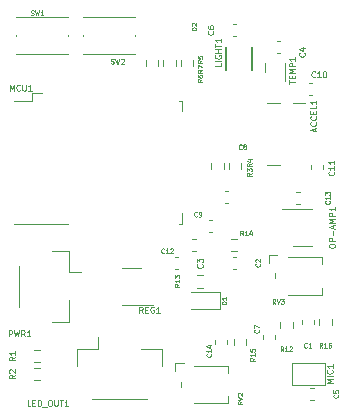
<source format=gbr>
%TF.GenerationSoftware,KiCad,Pcbnew,7.0.6-0*%
%TF.CreationDate,2023-08-07T16:34:56-06:00*%
%TF.ProjectId,VibeLight,56696265-4c69-4676-9874-2e6b69636164,rev?*%
%TF.SameCoordinates,Original*%
%TF.FileFunction,Legend,Top*%
%TF.FilePolarity,Positive*%
%FSLAX46Y46*%
G04 Gerber Fmt 4.6, Leading zero omitted, Abs format (unit mm)*
G04 Created by KiCad (PCBNEW 7.0.6-0) date 2023-08-07 16:34:56*
%MOMM*%
%LPD*%
G01*
G04 APERTURE LIST*
%ADD10C,0.080000*%
%ADD11C,0.120000*%
%ADD12C,0.020000*%
%ADD13C,0.127000*%
G04 APERTURE END LIST*
D10*
X41342857Y-47980887D02*
X41209524Y-47790411D01*
X41114286Y-47980887D02*
X41114286Y-47580887D01*
X41114286Y-47580887D02*
X41266667Y-47580887D01*
X41266667Y-47580887D02*
X41304762Y-47599935D01*
X41304762Y-47599935D02*
X41323809Y-47618982D01*
X41323809Y-47618982D02*
X41342857Y-47657078D01*
X41342857Y-47657078D02*
X41342857Y-47714220D01*
X41342857Y-47714220D02*
X41323809Y-47752316D01*
X41323809Y-47752316D02*
X41304762Y-47771363D01*
X41304762Y-47771363D02*
X41266667Y-47790411D01*
X41266667Y-47790411D02*
X41114286Y-47790411D01*
X41723809Y-47980887D02*
X41495238Y-47980887D01*
X41609524Y-47980887D02*
X41609524Y-47580887D01*
X41609524Y-47580887D02*
X41571428Y-47638030D01*
X41571428Y-47638030D02*
X41533333Y-47676125D01*
X41533333Y-47676125D02*
X41495238Y-47695173D01*
X41876190Y-47618982D02*
X41895238Y-47599935D01*
X41895238Y-47599935D02*
X41933333Y-47580887D01*
X41933333Y-47580887D02*
X42028571Y-47580887D01*
X42028571Y-47580887D02*
X42066666Y-47599935D01*
X42066666Y-47599935D02*
X42085714Y-47618982D01*
X42085714Y-47618982D02*
X42104761Y-47657078D01*
X42104761Y-47657078D02*
X42104761Y-47695173D01*
X42104761Y-47695173D02*
X42085714Y-47752316D01*
X42085714Y-47752316D02*
X41857142Y-47980887D01*
X41857142Y-47980887D02*
X42104761Y-47980887D01*
X43984292Y-29335713D02*
X43984292Y-29097618D01*
X44127149Y-29383332D02*
X43627149Y-29216666D01*
X43627149Y-29216666D02*
X44127149Y-29049999D01*
X44079530Y-28597619D02*
X44103340Y-28621428D01*
X44103340Y-28621428D02*
X44127149Y-28692857D01*
X44127149Y-28692857D02*
X44127149Y-28740476D01*
X44127149Y-28740476D02*
X44103340Y-28811904D01*
X44103340Y-28811904D02*
X44055720Y-28859523D01*
X44055720Y-28859523D02*
X44008101Y-28883333D01*
X44008101Y-28883333D02*
X43912863Y-28907142D01*
X43912863Y-28907142D02*
X43841435Y-28907142D01*
X43841435Y-28907142D02*
X43746197Y-28883333D01*
X43746197Y-28883333D02*
X43698578Y-28859523D01*
X43698578Y-28859523D02*
X43650959Y-28811904D01*
X43650959Y-28811904D02*
X43627149Y-28740476D01*
X43627149Y-28740476D02*
X43627149Y-28692857D01*
X43627149Y-28692857D02*
X43650959Y-28621428D01*
X43650959Y-28621428D02*
X43674768Y-28597619D01*
X44079530Y-28097619D02*
X44103340Y-28121428D01*
X44103340Y-28121428D02*
X44127149Y-28192857D01*
X44127149Y-28192857D02*
X44127149Y-28240476D01*
X44127149Y-28240476D02*
X44103340Y-28311904D01*
X44103340Y-28311904D02*
X44055720Y-28359523D01*
X44055720Y-28359523D02*
X44008101Y-28383333D01*
X44008101Y-28383333D02*
X43912863Y-28407142D01*
X43912863Y-28407142D02*
X43841435Y-28407142D01*
X43841435Y-28407142D02*
X43746197Y-28383333D01*
X43746197Y-28383333D02*
X43698578Y-28359523D01*
X43698578Y-28359523D02*
X43650959Y-28311904D01*
X43650959Y-28311904D02*
X43627149Y-28240476D01*
X43627149Y-28240476D02*
X43627149Y-28192857D01*
X43627149Y-28192857D02*
X43650959Y-28121428D01*
X43650959Y-28121428D02*
X43674768Y-28097619D01*
X43865244Y-27883333D02*
X43865244Y-27716666D01*
X44127149Y-27645238D02*
X44127149Y-27883333D01*
X44127149Y-27883333D02*
X43627149Y-27883333D01*
X43627149Y-27883333D02*
X43627149Y-27645238D01*
X44127149Y-27192857D02*
X44127149Y-27430952D01*
X44127149Y-27430952D02*
X43627149Y-27430952D01*
X44127149Y-26764285D02*
X44127149Y-27049999D01*
X44127149Y-26907142D02*
X43627149Y-26907142D01*
X43627149Y-26907142D02*
X43698578Y-26954761D01*
X43698578Y-26954761D02*
X43746197Y-27002380D01*
X43746197Y-27002380D02*
X43770006Y-27049999D01*
X18095238Y-46727149D02*
X18095238Y-46227149D01*
X18095238Y-46227149D02*
X18285714Y-46227149D01*
X18285714Y-46227149D02*
X18333333Y-46250959D01*
X18333333Y-46250959D02*
X18357143Y-46274768D01*
X18357143Y-46274768D02*
X18380952Y-46322387D01*
X18380952Y-46322387D02*
X18380952Y-46393816D01*
X18380952Y-46393816D02*
X18357143Y-46441435D01*
X18357143Y-46441435D02*
X18333333Y-46465244D01*
X18333333Y-46465244D02*
X18285714Y-46489054D01*
X18285714Y-46489054D02*
X18095238Y-46489054D01*
X18547619Y-46227149D02*
X18666667Y-46727149D01*
X18666667Y-46727149D02*
X18761905Y-46370006D01*
X18761905Y-46370006D02*
X18857143Y-46727149D01*
X18857143Y-46727149D02*
X18976191Y-46227149D01*
X19452381Y-46727149D02*
X19285715Y-46489054D01*
X19166667Y-46727149D02*
X19166667Y-46227149D01*
X19166667Y-46227149D02*
X19357143Y-46227149D01*
X19357143Y-46227149D02*
X19404762Y-46250959D01*
X19404762Y-46250959D02*
X19428572Y-46274768D01*
X19428572Y-46274768D02*
X19452381Y-46322387D01*
X19452381Y-46322387D02*
X19452381Y-46393816D01*
X19452381Y-46393816D02*
X19428572Y-46441435D01*
X19428572Y-46441435D02*
X19404762Y-46465244D01*
X19404762Y-46465244D02*
X19357143Y-46489054D01*
X19357143Y-46489054D02*
X19166667Y-46489054D01*
X19928572Y-46727149D02*
X19642858Y-46727149D01*
X19785715Y-46727149D02*
X19785715Y-46227149D01*
X19785715Y-46227149D02*
X19738096Y-46298578D01*
X19738096Y-46298578D02*
X19690477Y-46346197D01*
X19690477Y-46346197D02*
X19642858Y-46370006D01*
X19935714Y-52627149D02*
X19697619Y-52627149D01*
X19697619Y-52627149D02*
X19697619Y-52127149D01*
X20102381Y-52365244D02*
X20269048Y-52365244D01*
X20340476Y-52627149D02*
X20102381Y-52627149D01*
X20102381Y-52627149D02*
X20102381Y-52127149D01*
X20102381Y-52127149D02*
X20340476Y-52127149D01*
X20554762Y-52627149D02*
X20554762Y-52127149D01*
X20554762Y-52127149D02*
X20673810Y-52127149D01*
X20673810Y-52127149D02*
X20745238Y-52150959D01*
X20745238Y-52150959D02*
X20792857Y-52198578D01*
X20792857Y-52198578D02*
X20816667Y-52246197D01*
X20816667Y-52246197D02*
X20840476Y-52341435D01*
X20840476Y-52341435D02*
X20840476Y-52412863D01*
X20840476Y-52412863D02*
X20816667Y-52508101D01*
X20816667Y-52508101D02*
X20792857Y-52555720D01*
X20792857Y-52555720D02*
X20745238Y-52603340D01*
X20745238Y-52603340D02*
X20673810Y-52627149D01*
X20673810Y-52627149D02*
X20554762Y-52627149D01*
X20935715Y-52674768D02*
X21316667Y-52674768D01*
X21530952Y-52127149D02*
X21626190Y-52127149D01*
X21626190Y-52127149D02*
X21673809Y-52150959D01*
X21673809Y-52150959D02*
X21721428Y-52198578D01*
X21721428Y-52198578D02*
X21745238Y-52293816D01*
X21745238Y-52293816D02*
X21745238Y-52460482D01*
X21745238Y-52460482D02*
X21721428Y-52555720D01*
X21721428Y-52555720D02*
X21673809Y-52603340D01*
X21673809Y-52603340D02*
X21626190Y-52627149D01*
X21626190Y-52627149D02*
X21530952Y-52627149D01*
X21530952Y-52627149D02*
X21483333Y-52603340D01*
X21483333Y-52603340D02*
X21435714Y-52555720D01*
X21435714Y-52555720D02*
X21411905Y-52460482D01*
X21411905Y-52460482D02*
X21411905Y-52293816D01*
X21411905Y-52293816D02*
X21435714Y-52198578D01*
X21435714Y-52198578D02*
X21483333Y-52150959D01*
X21483333Y-52150959D02*
X21530952Y-52127149D01*
X21959524Y-52127149D02*
X21959524Y-52531911D01*
X21959524Y-52531911D02*
X21983334Y-52579530D01*
X21983334Y-52579530D02*
X22007143Y-52603340D01*
X22007143Y-52603340D02*
X22054762Y-52627149D01*
X22054762Y-52627149D02*
X22150000Y-52627149D01*
X22150000Y-52627149D02*
X22197619Y-52603340D01*
X22197619Y-52603340D02*
X22221429Y-52579530D01*
X22221429Y-52579530D02*
X22245238Y-52531911D01*
X22245238Y-52531911D02*
X22245238Y-52127149D01*
X22411906Y-52127149D02*
X22697620Y-52127149D01*
X22554763Y-52627149D02*
X22554763Y-52127149D01*
X23126191Y-52627149D02*
X22840477Y-52627149D01*
X22983334Y-52627149D02*
X22983334Y-52127149D01*
X22983334Y-52127149D02*
X22935715Y-52198578D01*
X22935715Y-52198578D02*
X22888096Y-52246197D01*
X22888096Y-52246197D02*
X22840477Y-52270006D01*
X29440476Y-44727149D02*
X29273810Y-44489054D01*
X29154762Y-44727149D02*
X29154762Y-44227149D01*
X29154762Y-44227149D02*
X29345238Y-44227149D01*
X29345238Y-44227149D02*
X29392857Y-44250959D01*
X29392857Y-44250959D02*
X29416667Y-44274768D01*
X29416667Y-44274768D02*
X29440476Y-44322387D01*
X29440476Y-44322387D02*
X29440476Y-44393816D01*
X29440476Y-44393816D02*
X29416667Y-44441435D01*
X29416667Y-44441435D02*
X29392857Y-44465244D01*
X29392857Y-44465244D02*
X29345238Y-44489054D01*
X29345238Y-44489054D02*
X29154762Y-44489054D01*
X29654762Y-44465244D02*
X29821429Y-44465244D01*
X29892857Y-44727149D02*
X29654762Y-44727149D01*
X29654762Y-44727149D02*
X29654762Y-44227149D01*
X29654762Y-44227149D02*
X29892857Y-44227149D01*
X30369048Y-44250959D02*
X30321429Y-44227149D01*
X30321429Y-44227149D02*
X30250000Y-44227149D01*
X30250000Y-44227149D02*
X30178572Y-44250959D01*
X30178572Y-44250959D02*
X30130953Y-44298578D01*
X30130953Y-44298578D02*
X30107143Y-44346197D01*
X30107143Y-44346197D02*
X30083334Y-44441435D01*
X30083334Y-44441435D02*
X30083334Y-44512863D01*
X30083334Y-44512863D02*
X30107143Y-44608101D01*
X30107143Y-44608101D02*
X30130953Y-44655720D01*
X30130953Y-44655720D02*
X30178572Y-44703340D01*
X30178572Y-44703340D02*
X30250000Y-44727149D01*
X30250000Y-44727149D02*
X30297619Y-44727149D01*
X30297619Y-44727149D02*
X30369048Y-44703340D01*
X30369048Y-44703340D02*
X30392857Y-44679530D01*
X30392857Y-44679530D02*
X30392857Y-44512863D01*
X30392857Y-44512863D02*
X30297619Y-44512863D01*
X30869048Y-44727149D02*
X30583334Y-44727149D01*
X30726191Y-44727149D02*
X30726191Y-44227149D01*
X30726191Y-44227149D02*
X30678572Y-44298578D01*
X30678572Y-44298578D02*
X30630953Y-44346197D01*
X30630953Y-44346197D02*
X30583334Y-44370006D01*
X18183333Y-25927149D02*
X18183333Y-25427149D01*
X18183333Y-25427149D02*
X18350000Y-25784292D01*
X18350000Y-25784292D02*
X18516666Y-25427149D01*
X18516666Y-25427149D02*
X18516666Y-25927149D01*
X19040476Y-25879530D02*
X19016667Y-25903340D01*
X19016667Y-25903340D02*
X18945238Y-25927149D01*
X18945238Y-25927149D02*
X18897619Y-25927149D01*
X18897619Y-25927149D02*
X18826191Y-25903340D01*
X18826191Y-25903340D02*
X18778572Y-25855720D01*
X18778572Y-25855720D02*
X18754762Y-25808101D01*
X18754762Y-25808101D02*
X18730953Y-25712863D01*
X18730953Y-25712863D02*
X18730953Y-25641435D01*
X18730953Y-25641435D02*
X18754762Y-25546197D01*
X18754762Y-25546197D02*
X18778572Y-25498578D01*
X18778572Y-25498578D02*
X18826191Y-25450959D01*
X18826191Y-25450959D02*
X18897619Y-25427149D01*
X18897619Y-25427149D02*
X18945238Y-25427149D01*
X18945238Y-25427149D02*
X19016667Y-25450959D01*
X19016667Y-25450959D02*
X19040476Y-25474768D01*
X19254762Y-25427149D02*
X19254762Y-25831911D01*
X19254762Y-25831911D02*
X19278572Y-25879530D01*
X19278572Y-25879530D02*
X19302381Y-25903340D01*
X19302381Y-25903340D02*
X19350000Y-25927149D01*
X19350000Y-25927149D02*
X19445238Y-25927149D01*
X19445238Y-25927149D02*
X19492857Y-25903340D01*
X19492857Y-25903340D02*
X19516667Y-25879530D01*
X19516667Y-25879530D02*
X19540476Y-25831911D01*
X19540476Y-25831911D02*
X19540476Y-25427149D01*
X20040477Y-25927149D02*
X19754763Y-25927149D01*
X19897620Y-25927149D02*
X19897620Y-25427149D01*
X19897620Y-25427149D02*
X19850001Y-25498578D01*
X19850001Y-25498578D02*
X19802382Y-25546197D01*
X19802382Y-25546197D02*
X19754763Y-25570006D01*
X32530887Y-42307142D02*
X32340411Y-42440475D01*
X32530887Y-42535713D02*
X32130887Y-42535713D01*
X32130887Y-42535713D02*
X32130887Y-42383332D01*
X32130887Y-42383332D02*
X32149935Y-42345237D01*
X32149935Y-42345237D02*
X32168982Y-42326190D01*
X32168982Y-42326190D02*
X32207078Y-42307142D01*
X32207078Y-42307142D02*
X32264220Y-42307142D01*
X32264220Y-42307142D02*
X32302316Y-42326190D01*
X32302316Y-42326190D02*
X32321363Y-42345237D01*
X32321363Y-42345237D02*
X32340411Y-42383332D01*
X32340411Y-42383332D02*
X32340411Y-42535713D01*
X32530887Y-41926190D02*
X32530887Y-42154761D01*
X32530887Y-42040475D02*
X32130887Y-42040475D01*
X32130887Y-42040475D02*
X32188030Y-42078571D01*
X32188030Y-42078571D02*
X32226125Y-42116666D01*
X32226125Y-42116666D02*
X32245173Y-42154761D01*
X32130887Y-41792857D02*
X32130887Y-41545238D01*
X32130887Y-41545238D02*
X32283268Y-41678571D01*
X32283268Y-41678571D02*
X32283268Y-41621428D01*
X32283268Y-41621428D02*
X32302316Y-41583333D01*
X32302316Y-41583333D02*
X32321363Y-41564285D01*
X32321363Y-41564285D02*
X32359459Y-41545238D01*
X32359459Y-41545238D02*
X32454697Y-41545238D01*
X32454697Y-41545238D02*
X32492792Y-41564285D01*
X32492792Y-41564285D02*
X32511840Y-41583333D01*
X32511840Y-41583333D02*
X32530887Y-41621428D01*
X32530887Y-41621428D02*
X32530887Y-41735714D01*
X32530887Y-41735714D02*
X32511840Y-41773809D01*
X32511840Y-41773809D02*
X32492792Y-41792857D01*
X35379530Y-20883333D02*
X35403340Y-20907142D01*
X35403340Y-20907142D02*
X35427149Y-20978571D01*
X35427149Y-20978571D02*
X35427149Y-21026190D01*
X35427149Y-21026190D02*
X35403340Y-21097618D01*
X35403340Y-21097618D02*
X35355720Y-21145237D01*
X35355720Y-21145237D02*
X35308101Y-21169047D01*
X35308101Y-21169047D02*
X35212863Y-21192856D01*
X35212863Y-21192856D02*
X35141435Y-21192856D01*
X35141435Y-21192856D02*
X35046197Y-21169047D01*
X35046197Y-21169047D02*
X34998578Y-21145237D01*
X34998578Y-21145237D02*
X34950959Y-21097618D01*
X34950959Y-21097618D02*
X34927149Y-21026190D01*
X34927149Y-21026190D02*
X34927149Y-20978571D01*
X34927149Y-20978571D02*
X34950959Y-20907142D01*
X34950959Y-20907142D02*
X34974768Y-20883333D01*
X34927149Y-20454761D02*
X34927149Y-20549999D01*
X34927149Y-20549999D02*
X34950959Y-20597618D01*
X34950959Y-20597618D02*
X34974768Y-20621428D01*
X34974768Y-20621428D02*
X35046197Y-20669047D01*
X35046197Y-20669047D02*
X35141435Y-20692856D01*
X35141435Y-20692856D02*
X35331911Y-20692856D01*
X35331911Y-20692856D02*
X35379530Y-20669047D01*
X35379530Y-20669047D02*
X35403340Y-20645237D01*
X35403340Y-20645237D02*
X35427149Y-20597618D01*
X35427149Y-20597618D02*
X35427149Y-20502380D01*
X35427149Y-20502380D02*
X35403340Y-20454761D01*
X35403340Y-20454761D02*
X35379530Y-20430952D01*
X35379530Y-20430952D02*
X35331911Y-20407142D01*
X35331911Y-20407142D02*
X35212863Y-20407142D01*
X35212863Y-20407142D02*
X35165244Y-20430952D01*
X35165244Y-20430952D02*
X35141435Y-20454761D01*
X35141435Y-20454761D02*
X35117625Y-20502380D01*
X35117625Y-20502380D02*
X35117625Y-20597618D01*
X35117625Y-20597618D02*
X35141435Y-20645237D01*
X35141435Y-20645237D02*
X35165244Y-20669047D01*
X35165244Y-20669047D02*
X35212863Y-20692856D01*
X18627149Y-50008333D02*
X18389054Y-50174999D01*
X18627149Y-50294047D02*
X18127149Y-50294047D01*
X18127149Y-50294047D02*
X18127149Y-50103571D01*
X18127149Y-50103571D02*
X18150959Y-50055952D01*
X18150959Y-50055952D02*
X18174768Y-50032142D01*
X18174768Y-50032142D02*
X18222387Y-50008333D01*
X18222387Y-50008333D02*
X18293816Y-50008333D01*
X18293816Y-50008333D02*
X18341435Y-50032142D01*
X18341435Y-50032142D02*
X18365244Y-50055952D01*
X18365244Y-50055952D02*
X18389054Y-50103571D01*
X18389054Y-50103571D02*
X18389054Y-50294047D01*
X18174768Y-49817856D02*
X18150959Y-49794047D01*
X18150959Y-49794047D02*
X18127149Y-49746428D01*
X18127149Y-49746428D02*
X18127149Y-49627380D01*
X18127149Y-49627380D02*
X18150959Y-49579761D01*
X18150959Y-49579761D02*
X18174768Y-49555952D01*
X18174768Y-49555952D02*
X18222387Y-49532142D01*
X18222387Y-49532142D02*
X18270006Y-49532142D01*
X18270006Y-49532142D02*
X18341435Y-49555952D01*
X18341435Y-49555952D02*
X18627149Y-49841666D01*
X18627149Y-49841666D02*
X18627149Y-49532142D01*
X18627149Y-48483333D02*
X18389054Y-48649999D01*
X18627149Y-48769047D02*
X18127149Y-48769047D01*
X18127149Y-48769047D02*
X18127149Y-48578571D01*
X18127149Y-48578571D02*
X18150959Y-48530952D01*
X18150959Y-48530952D02*
X18174768Y-48507142D01*
X18174768Y-48507142D02*
X18222387Y-48483333D01*
X18222387Y-48483333D02*
X18293816Y-48483333D01*
X18293816Y-48483333D02*
X18341435Y-48507142D01*
X18341435Y-48507142D02*
X18365244Y-48530952D01*
X18365244Y-48530952D02*
X18389054Y-48578571D01*
X18389054Y-48578571D02*
X18389054Y-48769047D01*
X18627149Y-48007142D02*
X18627149Y-48292856D01*
X18627149Y-48149999D02*
X18127149Y-48149999D01*
X18127149Y-48149999D02*
X18198578Y-48197618D01*
X18198578Y-48197618D02*
X18246197Y-48245237D01*
X18246197Y-48245237D02*
X18270006Y-48292856D01*
X43333333Y-47642792D02*
X43314285Y-47661840D01*
X43314285Y-47661840D02*
X43257143Y-47680887D01*
X43257143Y-47680887D02*
X43219047Y-47680887D01*
X43219047Y-47680887D02*
X43161904Y-47661840D01*
X43161904Y-47661840D02*
X43123809Y-47623744D01*
X43123809Y-47623744D02*
X43104762Y-47585649D01*
X43104762Y-47585649D02*
X43085714Y-47509459D01*
X43085714Y-47509459D02*
X43085714Y-47452316D01*
X43085714Y-47452316D02*
X43104762Y-47376125D01*
X43104762Y-47376125D02*
X43123809Y-47338030D01*
X43123809Y-47338030D02*
X43161904Y-47299935D01*
X43161904Y-47299935D02*
X43219047Y-47280887D01*
X43219047Y-47280887D02*
X43257143Y-47280887D01*
X43257143Y-47280887D02*
X43314285Y-47299935D01*
X43314285Y-47299935D02*
X43333333Y-47318982D01*
X43714285Y-47680887D02*
X43485714Y-47680887D01*
X43600000Y-47680887D02*
X43600000Y-47280887D01*
X43600000Y-47280887D02*
X43561904Y-47338030D01*
X43561904Y-47338030D02*
X43523809Y-47376125D01*
X43523809Y-47376125D02*
X43485714Y-47395173D01*
X45527149Y-50673809D02*
X45027149Y-50673809D01*
X45027149Y-50673809D02*
X45384292Y-50507142D01*
X45384292Y-50507142D02*
X45027149Y-50340476D01*
X45027149Y-50340476D02*
X45527149Y-50340476D01*
X45527149Y-50102380D02*
X45027149Y-50102380D01*
X45479530Y-49578571D02*
X45503340Y-49602380D01*
X45503340Y-49602380D02*
X45527149Y-49673809D01*
X45527149Y-49673809D02*
X45527149Y-49721428D01*
X45527149Y-49721428D02*
X45503340Y-49792856D01*
X45503340Y-49792856D02*
X45455720Y-49840475D01*
X45455720Y-49840475D02*
X45408101Y-49864285D01*
X45408101Y-49864285D02*
X45312863Y-49888094D01*
X45312863Y-49888094D02*
X45241435Y-49888094D01*
X45241435Y-49888094D02*
X45146197Y-49864285D01*
X45146197Y-49864285D02*
X45098578Y-49840475D01*
X45098578Y-49840475D02*
X45050959Y-49792856D01*
X45050959Y-49792856D02*
X45027149Y-49721428D01*
X45027149Y-49721428D02*
X45027149Y-49673809D01*
X45027149Y-49673809D02*
X45050959Y-49602380D01*
X45050959Y-49602380D02*
X45074768Y-49578571D01*
X45527149Y-49102380D02*
X45527149Y-49388094D01*
X45527149Y-49245237D02*
X45027149Y-49245237D01*
X45027149Y-49245237D02*
X45098578Y-49292856D01*
X45098578Y-49292856D02*
X45146197Y-49340475D01*
X45146197Y-49340475D02*
X45170006Y-49388094D01*
X34480887Y-23366666D02*
X34290411Y-23499999D01*
X34480887Y-23595237D02*
X34080887Y-23595237D01*
X34080887Y-23595237D02*
X34080887Y-23442856D01*
X34080887Y-23442856D02*
X34099935Y-23404761D01*
X34099935Y-23404761D02*
X34118982Y-23385714D01*
X34118982Y-23385714D02*
X34157078Y-23366666D01*
X34157078Y-23366666D02*
X34214220Y-23366666D01*
X34214220Y-23366666D02*
X34252316Y-23385714D01*
X34252316Y-23385714D02*
X34271363Y-23404761D01*
X34271363Y-23404761D02*
X34290411Y-23442856D01*
X34290411Y-23442856D02*
X34290411Y-23595237D01*
X34080887Y-23004761D02*
X34080887Y-23195237D01*
X34080887Y-23195237D02*
X34271363Y-23214285D01*
X34271363Y-23214285D02*
X34252316Y-23195237D01*
X34252316Y-23195237D02*
X34233268Y-23157142D01*
X34233268Y-23157142D02*
X34233268Y-23061904D01*
X34233268Y-23061904D02*
X34252316Y-23023809D01*
X34252316Y-23023809D02*
X34271363Y-23004761D01*
X34271363Y-23004761D02*
X34309459Y-22985714D01*
X34309459Y-22985714D02*
X34404697Y-22985714D01*
X34404697Y-22985714D02*
X34442792Y-23004761D01*
X34442792Y-23004761D02*
X34461840Y-23023809D01*
X34461840Y-23023809D02*
X34480887Y-23061904D01*
X34480887Y-23061904D02*
X34480887Y-23157142D01*
X34480887Y-23157142D02*
X34461840Y-23195237D01*
X34461840Y-23195237D02*
X34442792Y-23214285D01*
X41827149Y-25342856D02*
X41827149Y-25057142D01*
X42327149Y-25199999D02*
X41827149Y-25199999D01*
X42065244Y-24890476D02*
X42065244Y-24723809D01*
X42327149Y-24652381D02*
X42327149Y-24890476D01*
X42327149Y-24890476D02*
X41827149Y-24890476D01*
X41827149Y-24890476D02*
X41827149Y-24652381D01*
X42327149Y-24438095D02*
X41827149Y-24438095D01*
X41827149Y-24438095D02*
X42184292Y-24271428D01*
X42184292Y-24271428D02*
X41827149Y-24104762D01*
X41827149Y-24104762D02*
X42327149Y-24104762D01*
X42327149Y-23866666D02*
X41827149Y-23866666D01*
X41827149Y-23866666D02*
X41827149Y-23676190D01*
X41827149Y-23676190D02*
X41850959Y-23628571D01*
X41850959Y-23628571D02*
X41874768Y-23604761D01*
X41874768Y-23604761D02*
X41922387Y-23580952D01*
X41922387Y-23580952D02*
X41993816Y-23580952D01*
X41993816Y-23580952D02*
X42041435Y-23604761D01*
X42041435Y-23604761D02*
X42065244Y-23628571D01*
X42065244Y-23628571D02*
X42089054Y-23676190D01*
X42089054Y-23676190D02*
X42089054Y-23866666D01*
X42327149Y-23104761D02*
X42327149Y-23390475D01*
X42327149Y-23247618D02*
X41827149Y-23247618D01*
X41827149Y-23247618D02*
X41898578Y-23295237D01*
X41898578Y-23295237D02*
X41946197Y-23342856D01*
X41946197Y-23342856D02*
X41970006Y-23390475D01*
X38655887Y-32091666D02*
X38465411Y-32224999D01*
X38655887Y-32320237D02*
X38255887Y-32320237D01*
X38255887Y-32320237D02*
X38255887Y-32167856D01*
X38255887Y-32167856D02*
X38274935Y-32129761D01*
X38274935Y-32129761D02*
X38293982Y-32110714D01*
X38293982Y-32110714D02*
X38332078Y-32091666D01*
X38332078Y-32091666D02*
X38389220Y-32091666D01*
X38389220Y-32091666D02*
X38427316Y-32110714D01*
X38427316Y-32110714D02*
X38446363Y-32129761D01*
X38446363Y-32129761D02*
X38465411Y-32167856D01*
X38465411Y-32167856D02*
X38465411Y-32320237D01*
X38389220Y-31748809D02*
X38655887Y-31748809D01*
X38236840Y-31844047D02*
X38522554Y-31939285D01*
X38522554Y-31939285D02*
X38522554Y-31691666D01*
X36530887Y-43995237D02*
X36130887Y-43995237D01*
X36130887Y-43995237D02*
X36130887Y-43899999D01*
X36130887Y-43899999D02*
X36149935Y-43842856D01*
X36149935Y-43842856D02*
X36188030Y-43804761D01*
X36188030Y-43804761D02*
X36226125Y-43785714D01*
X36226125Y-43785714D02*
X36302316Y-43766666D01*
X36302316Y-43766666D02*
X36359459Y-43766666D01*
X36359459Y-43766666D02*
X36435649Y-43785714D01*
X36435649Y-43785714D02*
X36473744Y-43804761D01*
X36473744Y-43804761D02*
X36511840Y-43842856D01*
X36511840Y-43842856D02*
X36530887Y-43899999D01*
X36530887Y-43899999D02*
X36530887Y-43995237D01*
X36530887Y-43385714D02*
X36530887Y-43614285D01*
X36530887Y-43499999D02*
X36130887Y-43499999D01*
X36130887Y-43499999D02*
X36188030Y-43538095D01*
X36188030Y-43538095D02*
X36226125Y-43576190D01*
X36226125Y-43576190D02*
X36245173Y-43614285D01*
X34480887Y-24966666D02*
X34290411Y-25099999D01*
X34480887Y-25195237D02*
X34080887Y-25195237D01*
X34080887Y-25195237D02*
X34080887Y-25042856D01*
X34080887Y-25042856D02*
X34099935Y-25004761D01*
X34099935Y-25004761D02*
X34118982Y-24985714D01*
X34118982Y-24985714D02*
X34157078Y-24966666D01*
X34157078Y-24966666D02*
X34214220Y-24966666D01*
X34214220Y-24966666D02*
X34252316Y-24985714D01*
X34252316Y-24985714D02*
X34271363Y-25004761D01*
X34271363Y-25004761D02*
X34290411Y-25042856D01*
X34290411Y-25042856D02*
X34290411Y-25195237D01*
X34080887Y-24623809D02*
X34080887Y-24699999D01*
X34080887Y-24699999D02*
X34099935Y-24738095D01*
X34099935Y-24738095D02*
X34118982Y-24757142D01*
X34118982Y-24757142D02*
X34176125Y-24795237D01*
X34176125Y-24795237D02*
X34252316Y-24814285D01*
X34252316Y-24814285D02*
X34404697Y-24814285D01*
X34404697Y-24814285D02*
X34442792Y-24795237D01*
X34442792Y-24795237D02*
X34461840Y-24776190D01*
X34461840Y-24776190D02*
X34480887Y-24738095D01*
X34480887Y-24738095D02*
X34480887Y-24661904D01*
X34480887Y-24661904D02*
X34461840Y-24623809D01*
X34461840Y-24623809D02*
X34442792Y-24604761D01*
X34442792Y-24604761D02*
X34404697Y-24585714D01*
X34404697Y-24585714D02*
X34309459Y-24585714D01*
X34309459Y-24585714D02*
X34271363Y-24604761D01*
X34271363Y-24604761D02*
X34252316Y-24623809D01*
X34252316Y-24623809D02*
X34233268Y-24661904D01*
X34233268Y-24661904D02*
X34233268Y-24738095D01*
X34233268Y-24738095D02*
X34252316Y-24776190D01*
X34252316Y-24776190D02*
X34271363Y-24795237D01*
X34271363Y-24795237D02*
X34309459Y-24814285D01*
X39342792Y-40566666D02*
X39361840Y-40585714D01*
X39361840Y-40585714D02*
X39380887Y-40642856D01*
X39380887Y-40642856D02*
X39380887Y-40680952D01*
X39380887Y-40680952D02*
X39361840Y-40738095D01*
X39361840Y-40738095D02*
X39323744Y-40776190D01*
X39323744Y-40776190D02*
X39285649Y-40795237D01*
X39285649Y-40795237D02*
X39209459Y-40814285D01*
X39209459Y-40814285D02*
X39152316Y-40814285D01*
X39152316Y-40814285D02*
X39076125Y-40795237D01*
X39076125Y-40795237D02*
X39038030Y-40776190D01*
X39038030Y-40776190D02*
X38999935Y-40738095D01*
X38999935Y-40738095D02*
X38980887Y-40680952D01*
X38980887Y-40680952D02*
X38980887Y-40642856D01*
X38980887Y-40642856D02*
X38999935Y-40585714D01*
X38999935Y-40585714D02*
X39018982Y-40566666D01*
X39018982Y-40414285D02*
X38999935Y-40395237D01*
X38999935Y-40395237D02*
X38980887Y-40357142D01*
X38980887Y-40357142D02*
X38980887Y-40261904D01*
X38980887Y-40261904D02*
X38999935Y-40223809D01*
X38999935Y-40223809D02*
X39018982Y-40204761D01*
X39018982Y-40204761D02*
X39057078Y-40185714D01*
X39057078Y-40185714D02*
X39095173Y-40185714D01*
X39095173Y-40185714D02*
X39152316Y-40204761D01*
X39152316Y-40204761D02*
X39380887Y-40433333D01*
X39380887Y-40433333D02*
X39380887Y-40185714D01*
X44028571Y-24729530D02*
X44004762Y-24753340D01*
X44004762Y-24753340D02*
X43933333Y-24777149D01*
X43933333Y-24777149D02*
X43885714Y-24777149D01*
X43885714Y-24777149D02*
X43814286Y-24753340D01*
X43814286Y-24753340D02*
X43766667Y-24705720D01*
X43766667Y-24705720D02*
X43742857Y-24658101D01*
X43742857Y-24658101D02*
X43719048Y-24562863D01*
X43719048Y-24562863D02*
X43719048Y-24491435D01*
X43719048Y-24491435D02*
X43742857Y-24396197D01*
X43742857Y-24396197D02*
X43766667Y-24348578D01*
X43766667Y-24348578D02*
X43814286Y-24300959D01*
X43814286Y-24300959D02*
X43885714Y-24277149D01*
X43885714Y-24277149D02*
X43933333Y-24277149D01*
X43933333Y-24277149D02*
X44004762Y-24300959D01*
X44004762Y-24300959D02*
X44028571Y-24324768D01*
X44504762Y-24777149D02*
X44219048Y-24777149D01*
X44361905Y-24777149D02*
X44361905Y-24277149D01*
X44361905Y-24277149D02*
X44314286Y-24348578D01*
X44314286Y-24348578D02*
X44266667Y-24396197D01*
X44266667Y-24396197D02*
X44219048Y-24420006D01*
X44814285Y-24277149D02*
X44861904Y-24277149D01*
X44861904Y-24277149D02*
X44909523Y-24300959D01*
X44909523Y-24300959D02*
X44933333Y-24324768D01*
X44933333Y-24324768D02*
X44957142Y-24372387D01*
X44957142Y-24372387D02*
X44980952Y-24467625D01*
X44980952Y-24467625D02*
X44980952Y-24586673D01*
X44980952Y-24586673D02*
X44957142Y-24681911D01*
X44957142Y-24681911D02*
X44933333Y-24729530D01*
X44933333Y-24729530D02*
X44909523Y-24753340D01*
X44909523Y-24753340D02*
X44861904Y-24777149D01*
X44861904Y-24777149D02*
X44814285Y-24777149D01*
X44814285Y-24777149D02*
X44766666Y-24753340D01*
X44766666Y-24753340D02*
X44742857Y-24729530D01*
X44742857Y-24729530D02*
X44719047Y-24681911D01*
X44719047Y-24681911D02*
X44695238Y-24586673D01*
X44695238Y-24586673D02*
X44695238Y-24467625D01*
X44695238Y-24467625D02*
X44719047Y-24372387D01*
X44719047Y-24372387D02*
X44742857Y-24324768D01*
X44742857Y-24324768D02*
X44766666Y-24300959D01*
X44766666Y-24300959D02*
X44814285Y-24277149D01*
X37808333Y-30842792D02*
X37789285Y-30861840D01*
X37789285Y-30861840D02*
X37732143Y-30880887D01*
X37732143Y-30880887D02*
X37694047Y-30880887D01*
X37694047Y-30880887D02*
X37636904Y-30861840D01*
X37636904Y-30861840D02*
X37598809Y-30823744D01*
X37598809Y-30823744D02*
X37579762Y-30785649D01*
X37579762Y-30785649D02*
X37560714Y-30709459D01*
X37560714Y-30709459D02*
X37560714Y-30652316D01*
X37560714Y-30652316D02*
X37579762Y-30576125D01*
X37579762Y-30576125D02*
X37598809Y-30538030D01*
X37598809Y-30538030D02*
X37636904Y-30499935D01*
X37636904Y-30499935D02*
X37694047Y-30480887D01*
X37694047Y-30480887D02*
X37732143Y-30480887D01*
X37732143Y-30480887D02*
X37789285Y-30499935D01*
X37789285Y-30499935D02*
X37808333Y-30518982D01*
X38036904Y-30652316D02*
X37998809Y-30633268D01*
X37998809Y-30633268D02*
X37979762Y-30614220D01*
X37979762Y-30614220D02*
X37960714Y-30576125D01*
X37960714Y-30576125D02*
X37960714Y-30557078D01*
X37960714Y-30557078D02*
X37979762Y-30518982D01*
X37979762Y-30518982D02*
X37998809Y-30499935D01*
X37998809Y-30499935D02*
X38036904Y-30480887D01*
X38036904Y-30480887D02*
X38113095Y-30480887D01*
X38113095Y-30480887D02*
X38151190Y-30499935D01*
X38151190Y-30499935D02*
X38170238Y-30518982D01*
X38170238Y-30518982D02*
X38189285Y-30557078D01*
X38189285Y-30557078D02*
X38189285Y-30576125D01*
X38189285Y-30576125D02*
X38170238Y-30614220D01*
X38170238Y-30614220D02*
X38151190Y-30633268D01*
X38151190Y-30633268D02*
X38113095Y-30652316D01*
X38113095Y-30652316D02*
X38036904Y-30652316D01*
X38036904Y-30652316D02*
X37998809Y-30671363D01*
X37998809Y-30671363D02*
X37979762Y-30690411D01*
X37979762Y-30690411D02*
X37960714Y-30728506D01*
X37960714Y-30728506D02*
X37960714Y-30804697D01*
X37960714Y-30804697D02*
X37979762Y-30842792D01*
X37979762Y-30842792D02*
X37998809Y-30861840D01*
X37998809Y-30861840D02*
X38036904Y-30880887D01*
X38036904Y-30880887D02*
X38113095Y-30880887D01*
X38113095Y-30880887D02*
X38151190Y-30861840D01*
X38151190Y-30861840D02*
X38170238Y-30842792D01*
X38170238Y-30842792D02*
X38189285Y-30804697D01*
X38189285Y-30804697D02*
X38189285Y-30728506D01*
X38189285Y-30728506D02*
X38170238Y-30690411D01*
X38170238Y-30690411D02*
X38151190Y-30671363D01*
X38151190Y-30671363D02*
X38113095Y-30652316D01*
X38930887Y-48557142D02*
X38740411Y-48690475D01*
X38930887Y-48785713D02*
X38530887Y-48785713D01*
X38530887Y-48785713D02*
X38530887Y-48633332D01*
X38530887Y-48633332D02*
X38549935Y-48595237D01*
X38549935Y-48595237D02*
X38568982Y-48576190D01*
X38568982Y-48576190D02*
X38607078Y-48557142D01*
X38607078Y-48557142D02*
X38664220Y-48557142D01*
X38664220Y-48557142D02*
X38702316Y-48576190D01*
X38702316Y-48576190D02*
X38721363Y-48595237D01*
X38721363Y-48595237D02*
X38740411Y-48633332D01*
X38740411Y-48633332D02*
X38740411Y-48785713D01*
X38930887Y-48176190D02*
X38930887Y-48404761D01*
X38930887Y-48290475D02*
X38530887Y-48290475D01*
X38530887Y-48290475D02*
X38588030Y-48328571D01*
X38588030Y-48328571D02*
X38626125Y-48366666D01*
X38626125Y-48366666D02*
X38645173Y-48404761D01*
X38530887Y-47814285D02*
X38530887Y-48004761D01*
X38530887Y-48004761D02*
X38721363Y-48023809D01*
X38721363Y-48023809D02*
X38702316Y-48004761D01*
X38702316Y-48004761D02*
X38683268Y-47966666D01*
X38683268Y-47966666D02*
X38683268Y-47871428D01*
X38683268Y-47871428D02*
X38702316Y-47833333D01*
X38702316Y-47833333D02*
X38721363Y-47814285D01*
X38721363Y-47814285D02*
X38759459Y-47795238D01*
X38759459Y-47795238D02*
X38854697Y-47795238D01*
X38854697Y-47795238D02*
X38892792Y-47814285D01*
X38892792Y-47814285D02*
X38911840Y-47833333D01*
X38911840Y-47833333D02*
X38930887Y-47871428D01*
X38930887Y-47871428D02*
X38930887Y-47966666D01*
X38930887Y-47966666D02*
X38911840Y-48004761D01*
X38911840Y-48004761D02*
X38892792Y-48023809D01*
X34033333Y-36542792D02*
X34014285Y-36561840D01*
X34014285Y-36561840D02*
X33957143Y-36580887D01*
X33957143Y-36580887D02*
X33919047Y-36580887D01*
X33919047Y-36580887D02*
X33861904Y-36561840D01*
X33861904Y-36561840D02*
X33823809Y-36523744D01*
X33823809Y-36523744D02*
X33804762Y-36485649D01*
X33804762Y-36485649D02*
X33785714Y-36409459D01*
X33785714Y-36409459D02*
X33785714Y-36352316D01*
X33785714Y-36352316D02*
X33804762Y-36276125D01*
X33804762Y-36276125D02*
X33823809Y-36238030D01*
X33823809Y-36238030D02*
X33861904Y-36199935D01*
X33861904Y-36199935D02*
X33919047Y-36180887D01*
X33919047Y-36180887D02*
X33957143Y-36180887D01*
X33957143Y-36180887D02*
X34014285Y-36199935D01*
X34014285Y-36199935D02*
X34033333Y-36218982D01*
X34223809Y-36580887D02*
X34300000Y-36580887D01*
X34300000Y-36580887D02*
X34338095Y-36561840D01*
X34338095Y-36561840D02*
X34357143Y-36542792D01*
X34357143Y-36542792D02*
X34395238Y-36485649D01*
X34395238Y-36485649D02*
X34414285Y-36409459D01*
X34414285Y-36409459D02*
X34414285Y-36257078D01*
X34414285Y-36257078D02*
X34395238Y-36218982D01*
X34395238Y-36218982D02*
X34376190Y-36199935D01*
X34376190Y-36199935D02*
X34338095Y-36180887D01*
X34338095Y-36180887D02*
X34261904Y-36180887D01*
X34261904Y-36180887D02*
X34223809Y-36199935D01*
X34223809Y-36199935D02*
X34204762Y-36218982D01*
X34204762Y-36218982D02*
X34185714Y-36257078D01*
X34185714Y-36257078D02*
X34185714Y-36352316D01*
X34185714Y-36352316D02*
X34204762Y-36390411D01*
X34204762Y-36390411D02*
X34223809Y-36409459D01*
X34223809Y-36409459D02*
X34261904Y-36428506D01*
X34261904Y-36428506D02*
X34338095Y-36428506D01*
X34338095Y-36428506D02*
X34376190Y-36409459D01*
X34376190Y-36409459D02*
X34395238Y-36390411D01*
X34395238Y-36390411D02*
X34414285Y-36352316D01*
X26766667Y-23611840D02*
X26823810Y-23630887D01*
X26823810Y-23630887D02*
X26919048Y-23630887D01*
X26919048Y-23630887D02*
X26957143Y-23611840D01*
X26957143Y-23611840D02*
X26976191Y-23592792D01*
X26976191Y-23592792D02*
X26995238Y-23554697D01*
X26995238Y-23554697D02*
X26995238Y-23516601D01*
X26995238Y-23516601D02*
X26976191Y-23478506D01*
X26976191Y-23478506D02*
X26957143Y-23459459D01*
X26957143Y-23459459D02*
X26919048Y-23440411D01*
X26919048Y-23440411D02*
X26842857Y-23421363D01*
X26842857Y-23421363D02*
X26804762Y-23402316D01*
X26804762Y-23402316D02*
X26785715Y-23383268D01*
X26785715Y-23383268D02*
X26766667Y-23345173D01*
X26766667Y-23345173D02*
X26766667Y-23307078D01*
X26766667Y-23307078D02*
X26785715Y-23268982D01*
X26785715Y-23268982D02*
X26804762Y-23249935D01*
X26804762Y-23249935D02*
X26842857Y-23230887D01*
X26842857Y-23230887D02*
X26938096Y-23230887D01*
X26938096Y-23230887D02*
X26995238Y-23249935D01*
X27128571Y-23230887D02*
X27223809Y-23630887D01*
X27223809Y-23630887D02*
X27300000Y-23345173D01*
X27300000Y-23345173D02*
X27376190Y-23630887D01*
X27376190Y-23630887D02*
X27471429Y-23230887D01*
X27604762Y-23268982D02*
X27623810Y-23249935D01*
X27623810Y-23249935D02*
X27661905Y-23230887D01*
X27661905Y-23230887D02*
X27757143Y-23230887D01*
X27757143Y-23230887D02*
X27795238Y-23249935D01*
X27795238Y-23249935D02*
X27814286Y-23268982D01*
X27814286Y-23268982D02*
X27833333Y-23307078D01*
X27833333Y-23307078D02*
X27833333Y-23345173D01*
X27833333Y-23345173D02*
X27814286Y-23402316D01*
X27814286Y-23402316D02*
X27585714Y-23630887D01*
X27585714Y-23630887D02*
X27833333Y-23630887D01*
X35192792Y-48207142D02*
X35211840Y-48226190D01*
X35211840Y-48226190D02*
X35230887Y-48283332D01*
X35230887Y-48283332D02*
X35230887Y-48321428D01*
X35230887Y-48321428D02*
X35211840Y-48378571D01*
X35211840Y-48378571D02*
X35173744Y-48416666D01*
X35173744Y-48416666D02*
X35135649Y-48435713D01*
X35135649Y-48435713D02*
X35059459Y-48454761D01*
X35059459Y-48454761D02*
X35002316Y-48454761D01*
X35002316Y-48454761D02*
X34926125Y-48435713D01*
X34926125Y-48435713D02*
X34888030Y-48416666D01*
X34888030Y-48416666D02*
X34849935Y-48378571D01*
X34849935Y-48378571D02*
X34830887Y-48321428D01*
X34830887Y-48321428D02*
X34830887Y-48283332D01*
X34830887Y-48283332D02*
X34849935Y-48226190D01*
X34849935Y-48226190D02*
X34868982Y-48207142D01*
X35230887Y-47826190D02*
X35230887Y-48054761D01*
X35230887Y-47940475D02*
X34830887Y-47940475D01*
X34830887Y-47940475D02*
X34888030Y-47978571D01*
X34888030Y-47978571D02*
X34926125Y-48016666D01*
X34926125Y-48016666D02*
X34945173Y-48054761D01*
X34964220Y-47483333D02*
X35230887Y-47483333D01*
X34811840Y-47578571D02*
X35097554Y-47673809D01*
X35097554Y-47673809D02*
X35097554Y-47426190D01*
X34479530Y-40633333D02*
X34503340Y-40657142D01*
X34503340Y-40657142D02*
X34527149Y-40728571D01*
X34527149Y-40728571D02*
X34527149Y-40776190D01*
X34527149Y-40776190D02*
X34503340Y-40847618D01*
X34503340Y-40847618D02*
X34455720Y-40895237D01*
X34455720Y-40895237D02*
X34408101Y-40919047D01*
X34408101Y-40919047D02*
X34312863Y-40942856D01*
X34312863Y-40942856D02*
X34241435Y-40942856D01*
X34241435Y-40942856D02*
X34146197Y-40919047D01*
X34146197Y-40919047D02*
X34098578Y-40895237D01*
X34098578Y-40895237D02*
X34050959Y-40847618D01*
X34050959Y-40847618D02*
X34027149Y-40776190D01*
X34027149Y-40776190D02*
X34027149Y-40728571D01*
X34027149Y-40728571D02*
X34050959Y-40657142D01*
X34050959Y-40657142D02*
X34074768Y-40633333D01*
X34027149Y-40466666D02*
X34027149Y-40157142D01*
X34027149Y-40157142D02*
X34217625Y-40323809D01*
X34217625Y-40323809D02*
X34217625Y-40252380D01*
X34217625Y-40252380D02*
X34241435Y-40204761D01*
X34241435Y-40204761D02*
X34265244Y-40180952D01*
X34265244Y-40180952D02*
X34312863Y-40157142D01*
X34312863Y-40157142D02*
X34431911Y-40157142D01*
X34431911Y-40157142D02*
X34479530Y-40180952D01*
X34479530Y-40180952D02*
X34503340Y-40204761D01*
X34503340Y-40204761D02*
X34527149Y-40252380D01*
X34527149Y-40252380D02*
X34527149Y-40395237D01*
X34527149Y-40395237D02*
X34503340Y-40442856D01*
X34503340Y-40442856D02*
X34479530Y-40466666D01*
X37942857Y-38180887D02*
X37809524Y-37990411D01*
X37714286Y-38180887D02*
X37714286Y-37780887D01*
X37714286Y-37780887D02*
X37866667Y-37780887D01*
X37866667Y-37780887D02*
X37904762Y-37799935D01*
X37904762Y-37799935D02*
X37923809Y-37818982D01*
X37923809Y-37818982D02*
X37942857Y-37857078D01*
X37942857Y-37857078D02*
X37942857Y-37914220D01*
X37942857Y-37914220D02*
X37923809Y-37952316D01*
X37923809Y-37952316D02*
X37904762Y-37971363D01*
X37904762Y-37971363D02*
X37866667Y-37990411D01*
X37866667Y-37990411D02*
X37714286Y-37990411D01*
X38323809Y-38180887D02*
X38095238Y-38180887D01*
X38209524Y-38180887D02*
X38209524Y-37780887D01*
X38209524Y-37780887D02*
X38171428Y-37838030D01*
X38171428Y-37838030D02*
X38133333Y-37876125D01*
X38133333Y-37876125D02*
X38095238Y-37895173D01*
X38666666Y-37914220D02*
X38666666Y-38180887D01*
X38571428Y-37761840D02*
X38476190Y-38047554D01*
X38476190Y-38047554D02*
X38723809Y-38047554D01*
X45227149Y-39095238D02*
X45227149Y-39000000D01*
X45227149Y-39000000D02*
X45250959Y-38952381D01*
X45250959Y-38952381D02*
X45298578Y-38904762D01*
X45298578Y-38904762D02*
X45393816Y-38880952D01*
X45393816Y-38880952D02*
X45560482Y-38880952D01*
X45560482Y-38880952D02*
X45655720Y-38904762D01*
X45655720Y-38904762D02*
X45703340Y-38952381D01*
X45703340Y-38952381D02*
X45727149Y-39000000D01*
X45727149Y-39000000D02*
X45727149Y-39095238D01*
X45727149Y-39095238D02*
X45703340Y-39142857D01*
X45703340Y-39142857D02*
X45655720Y-39190476D01*
X45655720Y-39190476D02*
X45560482Y-39214285D01*
X45560482Y-39214285D02*
X45393816Y-39214285D01*
X45393816Y-39214285D02*
X45298578Y-39190476D01*
X45298578Y-39190476D02*
X45250959Y-39142857D01*
X45250959Y-39142857D02*
X45227149Y-39095238D01*
X45727149Y-38666666D02*
X45227149Y-38666666D01*
X45227149Y-38666666D02*
X45227149Y-38476190D01*
X45227149Y-38476190D02*
X45250959Y-38428571D01*
X45250959Y-38428571D02*
X45274768Y-38404761D01*
X45274768Y-38404761D02*
X45322387Y-38380952D01*
X45322387Y-38380952D02*
X45393816Y-38380952D01*
X45393816Y-38380952D02*
X45441435Y-38404761D01*
X45441435Y-38404761D02*
X45465244Y-38428571D01*
X45465244Y-38428571D02*
X45489054Y-38476190D01*
X45489054Y-38476190D02*
X45489054Y-38666666D01*
X45536673Y-38166666D02*
X45536673Y-37785714D01*
X45584292Y-37571427D02*
X45584292Y-37333332D01*
X45727149Y-37619046D02*
X45227149Y-37452380D01*
X45227149Y-37452380D02*
X45727149Y-37285713D01*
X45727149Y-37119047D02*
X45227149Y-37119047D01*
X45227149Y-37119047D02*
X45584292Y-36952380D01*
X45584292Y-36952380D02*
X45227149Y-36785714D01*
X45227149Y-36785714D02*
X45727149Y-36785714D01*
X45727149Y-36547618D02*
X45227149Y-36547618D01*
X45227149Y-36547618D02*
X45227149Y-36357142D01*
X45227149Y-36357142D02*
X45250959Y-36309523D01*
X45250959Y-36309523D02*
X45274768Y-36285713D01*
X45274768Y-36285713D02*
X45322387Y-36261904D01*
X45322387Y-36261904D02*
X45393816Y-36261904D01*
X45393816Y-36261904D02*
X45441435Y-36285713D01*
X45441435Y-36285713D02*
X45465244Y-36309523D01*
X45465244Y-36309523D02*
X45489054Y-36357142D01*
X45489054Y-36357142D02*
X45489054Y-36547618D01*
X45727149Y-35785713D02*
X45727149Y-36071427D01*
X45727149Y-35928570D02*
X45227149Y-35928570D01*
X45227149Y-35928570D02*
X45298578Y-35976189D01*
X45298578Y-35976189D02*
X45346197Y-36023808D01*
X45346197Y-36023808D02*
X45370006Y-36071427D01*
X37880887Y-52238094D02*
X37690411Y-52371427D01*
X37880887Y-52466665D02*
X37480887Y-52466665D01*
X37480887Y-52466665D02*
X37480887Y-52314284D01*
X37480887Y-52314284D02*
X37499935Y-52276189D01*
X37499935Y-52276189D02*
X37518982Y-52257142D01*
X37518982Y-52257142D02*
X37557078Y-52238094D01*
X37557078Y-52238094D02*
X37614220Y-52238094D01*
X37614220Y-52238094D02*
X37652316Y-52257142D01*
X37652316Y-52257142D02*
X37671363Y-52276189D01*
X37671363Y-52276189D02*
X37690411Y-52314284D01*
X37690411Y-52314284D02*
X37690411Y-52466665D01*
X37480887Y-52123808D02*
X37880887Y-51990475D01*
X37880887Y-51990475D02*
X37480887Y-51857142D01*
X37518982Y-51742856D02*
X37499935Y-51723808D01*
X37499935Y-51723808D02*
X37480887Y-51685713D01*
X37480887Y-51685713D02*
X37480887Y-51590475D01*
X37480887Y-51590475D02*
X37499935Y-51552380D01*
X37499935Y-51552380D02*
X37518982Y-51533332D01*
X37518982Y-51533332D02*
X37557078Y-51514285D01*
X37557078Y-51514285D02*
X37595173Y-51514285D01*
X37595173Y-51514285D02*
X37652316Y-51533332D01*
X37652316Y-51533332D02*
X37880887Y-51761904D01*
X37880887Y-51761904D02*
X37880887Y-51514285D01*
X38655887Y-32891666D02*
X38465411Y-33024999D01*
X38655887Y-33120237D02*
X38255887Y-33120237D01*
X38255887Y-33120237D02*
X38255887Y-32967856D01*
X38255887Y-32967856D02*
X38274935Y-32929761D01*
X38274935Y-32929761D02*
X38293982Y-32910714D01*
X38293982Y-32910714D02*
X38332078Y-32891666D01*
X38332078Y-32891666D02*
X38389220Y-32891666D01*
X38389220Y-32891666D02*
X38427316Y-32910714D01*
X38427316Y-32910714D02*
X38446363Y-32929761D01*
X38446363Y-32929761D02*
X38465411Y-32967856D01*
X38465411Y-32967856D02*
X38465411Y-33120237D01*
X38255887Y-32758333D02*
X38255887Y-32510714D01*
X38255887Y-32510714D02*
X38408268Y-32644047D01*
X38408268Y-32644047D02*
X38408268Y-32586904D01*
X38408268Y-32586904D02*
X38427316Y-32548809D01*
X38427316Y-32548809D02*
X38446363Y-32529761D01*
X38446363Y-32529761D02*
X38484459Y-32510714D01*
X38484459Y-32510714D02*
X38579697Y-32510714D01*
X38579697Y-32510714D02*
X38617792Y-32529761D01*
X38617792Y-32529761D02*
X38636840Y-32548809D01*
X38636840Y-32548809D02*
X38655887Y-32586904D01*
X38655887Y-32586904D02*
X38655887Y-32701190D01*
X38655887Y-32701190D02*
X38636840Y-32739285D01*
X38636840Y-32739285D02*
X38617792Y-32758333D01*
X36077149Y-23604761D02*
X36077149Y-23842856D01*
X36077149Y-23842856D02*
X35577149Y-23842856D01*
X36077149Y-23438094D02*
X35577149Y-23438094D01*
X35600959Y-22938094D02*
X35577149Y-22985713D01*
X35577149Y-22985713D02*
X35577149Y-23057142D01*
X35577149Y-23057142D02*
X35600959Y-23128570D01*
X35600959Y-23128570D02*
X35648578Y-23176189D01*
X35648578Y-23176189D02*
X35696197Y-23199999D01*
X35696197Y-23199999D02*
X35791435Y-23223808D01*
X35791435Y-23223808D02*
X35862863Y-23223808D01*
X35862863Y-23223808D02*
X35958101Y-23199999D01*
X35958101Y-23199999D02*
X36005720Y-23176189D01*
X36005720Y-23176189D02*
X36053340Y-23128570D01*
X36053340Y-23128570D02*
X36077149Y-23057142D01*
X36077149Y-23057142D02*
X36077149Y-23009523D01*
X36077149Y-23009523D02*
X36053340Y-22938094D01*
X36053340Y-22938094D02*
X36029530Y-22914285D01*
X36029530Y-22914285D02*
X35862863Y-22914285D01*
X35862863Y-22914285D02*
X35862863Y-23009523D01*
X36077149Y-22699999D02*
X35577149Y-22699999D01*
X35815244Y-22699999D02*
X35815244Y-22414285D01*
X36077149Y-22414285D02*
X35577149Y-22414285D01*
X35577149Y-22247617D02*
X35577149Y-21961903D01*
X36077149Y-22104760D02*
X35577149Y-22104760D01*
X36077149Y-21533332D02*
X36077149Y-21819046D01*
X36077149Y-21676189D02*
X35577149Y-21676189D01*
X35577149Y-21676189D02*
X35648578Y-21723808D01*
X35648578Y-21723808D02*
X35696197Y-21771427D01*
X35696197Y-21771427D02*
X35720006Y-21819046D01*
X43129530Y-22733333D02*
X43153340Y-22757142D01*
X43153340Y-22757142D02*
X43177149Y-22828571D01*
X43177149Y-22828571D02*
X43177149Y-22876190D01*
X43177149Y-22876190D02*
X43153340Y-22947618D01*
X43153340Y-22947618D02*
X43105720Y-22995237D01*
X43105720Y-22995237D02*
X43058101Y-23019047D01*
X43058101Y-23019047D02*
X42962863Y-23042856D01*
X42962863Y-23042856D02*
X42891435Y-23042856D01*
X42891435Y-23042856D02*
X42796197Y-23019047D01*
X42796197Y-23019047D02*
X42748578Y-22995237D01*
X42748578Y-22995237D02*
X42700959Y-22947618D01*
X42700959Y-22947618D02*
X42677149Y-22876190D01*
X42677149Y-22876190D02*
X42677149Y-22828571D01*
X42677149Y-22828571D02*
X42700959Y-22757142D01*
X42700959Y-22757142D02*
X42724768Y-22733333D01*
X42843816Y-22304761D02*
X43177149Y-22304761D01*
X42653340Y-22423809D02*
X43010482Y-22542856D01*
X43010482Y-22542856D02*
X43010482Y-22233333D01*
X19966667Y-19511840D02*
X20023810Y-19530887D01*
X20023810Y-19530887D02*
X20119048Y-19530887D01*
X20119048Y-19530887D02*
X20157143Y-19511840D01*
X20157143Y-19511840D02*
X20176191Y-19492792D01*
X20176191Y-19492792D02*
X20195238Y-19454697D01*
X20195238Y-19454697D02*
X20195238Y-19416601D01*
X20195238Y-19416601D02*
X20176191Y-19378506D01*
X20176191Y-19378506D02*
X20157143Y-19359459D01*
X20157143Y-19359459D02*
X20119048Y-19340411D01*
X20119048Y-19340411D02*
X20042857Y-19321363D01*
X20042857Y-19321363D02*
X20004762Y-19302316D01*
X20004762Y-19302316D02*
X19985715Y-19283268D01*
X19985715Y-19283268D02*
X19966667Y-19245173D01*
X19966667Y-19245173D02*
X19966667Y-19207078D01*
X19966667Y-19207078D02*
X19985715Y-19168982D01*
X19985715Y-19168982D02*
X20004762Y-19149935D01*
X20004762Y-19149935D02*
X20042857Y-19130887D01*
X20042857Y-19130887D02*
X20138096Y-19130887D01*
X20138096Y-19130887D02*
X20195238Y-19149935D01*
X20328571Y-19130887D02*
X20423809Y-19530887D01*
X20423809Y-19530887D02*
X20500000Y-19245173D01*
X20500000Y-19245173D02*
X20576190Y-19530887D01*
X20576190Y-19530887D02*
X20671429Y-19130887D01*
X21033333Y-19530887D02*
X20804762Y-19530887D01*
X20919048Y-19530887D02*
X20919048Y-19130887D01*
X20919048Y-19130887D02*
X20880952Y-19188030D01*
X20880952Y-19188030D02*
X20842857Y-19226125D01*
X20842857Y-19226125D02*
X20804762Y-19245173D01*
X31242857Y-39642792D02*
X31223809Y-39661840D01*
X31223809Y-39661840D02*
X31166667Y-39680887D01*
X31166667Y-39680887D02*
X31128571Y-39680887D01*
X31128571Y-39680887D02*
X31071428Y-39661840D01*
X31071428Y-39661840D02*
X31033333Y-39623744D01*
X31033333Y-39623744D02*
X31014286Y-39585649D01*
X31014286Y-39585649D02*
X30995238Y-39509459D01*
X30995238Y-39509459D02*
X30995238Y-39452316D01*
X30995238Y-39452316D02*
X31014286Y-39376125D01*
X31014286Y-39376125D02*
X31033333Y-39338030D01*
X31033333Y-39338030D02*
X31071428Y-39299935D01*
X31071428Y-39299935D02*
X31128571Y-39280887D01*
X31128571Y-39280887D02*
X31166667Y-39280887D01*
X31166667Y-39280887D02*
X31223809Y-39299935D01*
X31223809Y-39299935D02*
X31242857Y-39318982D01*
X31623809Y-39680887D02*
X31395238Y-39680887D01*
X31509524Y-39680887D02*
X31509524Y-39280887D01*
X31509524Y-39280887D02*
X31471428Y-39338030D01*
X31471428Y-39338030D02*
X31433333Y-39376125D01*
X31433333Y-39376125D02*
X31395238Y-39395173D01*
X31776190Y-39318982D02*
X31795238Y-39299935D01*
X31795238Y-39299935D02*
X31833333Y-39280887D01*
X31833333Y-39280887D02*
X31928571Y-39280887D01*
X31928571Y-39280887D02*
X31966666Y-39299935D01*
X31966666Y-39299935D02*
X31985714Y-39318982D01*
X31985714Y-39318982D02*
X32004761Y-39357078D01*
X32004761Y-39357078D02*
X32004761Y-39395173D01*
X32004761Y-39395173D02*
X31985714Y-39452316D01*
X31985714Y-39452316D02*
X31757142Y-39680887D01*
X31757142Y-39680887D02*
X32004761Y-39680887D01*
X44642857Y-47680887D02*
X44509524Y-47490411D01*
X44414286Y-47680887D02*
X44414286Y-47280887D01*
X44414286Y-47280887D02*
X44566667Y-47280887D01*
X44566667Y-47280887D02*
X44604762Y-47299935D01*
X44604762Y-47299935D02*
X44623809Y-47318982D01*
X44623809Y-47318982D02*
X44642857Y-47357078D01*
X44642857Y-47357078D02*
X44642857Y-47414220D01*
X44642857Y-47414220D02*
X44623809Y-47452316D01*
X44623809Y-47452316D02*
X44604762Y-47471363D01*
X44604762Y-47471363D02*
X44566667Y-47490411D01*
X44566667Y-47490411D02*
X44414286Y-47490411D01*
X45023809Y-47680887D02*
X44795238Y-47680887D01*
X44909524Y-47680887D02*
X44909524Y-47280887D01*
X44909524Y-47280887D02*
X44871428Y-47338030D01*
X44871428Y-47338030D02*
X44833333Y-47376125D01*
X44833333Y-47376125D02*
X44795238Y-47395173D01*
X45366666Y-47280887D02*
X45290476Y-47280887D01*
X45290476Y-47280887D02*
X45252380Y-47299935D01*
X45252380Y-47299935D02*
X45233333Y-47318982D01*
X45233333Y-47318982D02*
X45195238Y-47376125D01*
X45195238Y-47376125D02*
X45176190Y-47452316D01*
X45176190Y-47452316D02*
X45176190Y-47604697D01*
X45176190Y-47604697D02*
X45195238Y-47642792D01*
X45195238Y-47642792D02*
X45214285Y-47661840D01*
X45214285Y-47661840D02*
X45252380Y-47680887D01*
X45252380Y-47680887D02*
X45328571Y-47680887D01*
X45328571Y-47680887D02*
X45366666Y-47661840D01*
X45366666Y-47661840D02*
X45385714Y-47642792D01*
X45385714Y-47642792D02*
X45404761Y-47604697D01*
X45404761Y-47604697D02*
X45404761Y-47509459D01*
X45404761Y-47509459D02*
X45385714Y-47471363D01*
X45385714Y-47471363D02*
X45366666Y-47452316D01*
X45366666Y-47452316D02*
X45328571Y-47433268D01*
X45328571Y-47433268D02*
X45252380Y-47433268D01*
X45252380Y-47433268D02*
X45214285Y-47452316D01*
X45214285Y-47452316D02*
X45195238Y-47471363D01*
X45195238Y-47471363D02*
X45176190Y-47509459D01*
X45604530Y-32796428D02*
X45628340Y-32820237D01*
X45628340Y-32820237D02*
X45652149Y-32891666D01*
X45652149Y-32891666D02*
X45652149Y-32939285D01*
X45652149Y-32939285D02*
X45628340Y-33010713D01*
X45628340Y-33010713D02*
X45580720Y-33058332D01*
X45580720Y-33058332D02*
X45533101Y-33082142D01*
X45533101Y-33082142D02*
X45437863Y-33105951D01*
X45437863Y-33105951D02*
X45366435Y-33105951D01*
X45366435Y-33105951D02*
X45271197Y-33082142D01*
X45271197Y-33082142D02*
X45223578Y-33058332D01*
X45223578Y-33058332D02*
X45175959Y-33010713D01*
X45175959Y-33010713D02*
X45152149Y-32939285D01*
X45152149Y-32939285D02*
X45152149Y-32891666D01*
X45152149Y-32891666D02*
X45175959Y-32820237D01*
X45175959Y-32820237D02*
X45199768Y-32796428D01*
X45652149Y-32320237D02*
X45652149Y-32605951D01*
X45652149Y-32463094D02*
X45152149Y-32463094D01*
X45152149Y-32463094D02*
X45223578Y-32510713D01*
X45223578Y-32510713D02*
X45271197Y-32558332D01*
X45271197Y-32558332D02*
X45295006Y-32605951D01*
X45652149Y-31844047D02*
X45652149Y-32129761D01*
X45652149Y-31986904D02*
X45152149Y-31986904D01*
X45152149Y-31986904D02*
X45223578Y-32034523D01*
X45223578Y-32034523D02*
X45271197Y-32082142D01*
X45271197Y-32082142D02*
X45295006Y-32129761D01*
X33980887Y-20795237D02*
X33580887Y-20795237D01*
X33580887Y-20795237D02*
X33580887Y-20699999D01*
X33580887Y-20699999D02*
X33599935Y-20642856D01*
X33599935Y-20642856D02*
X33638030Y-20604761D01*
X33638030Y-20604761D02*
X33676125Y-20585714D01*
X33676125Y-20585714D02*
X33752316Y-20566666D01*
X33752316Y-20566666D02*
X33809459Y-20566666D01*
X33809459Y-20566666D02*
X33885649Y-20585714D01*
X33885649Y-20585714D02*
X33923744Y-20604761D01*
X33923744Y-20604761D02*
X33961840Y-20642856D01*
X33961840Y-20642856D02*
X33980887Y-20699999D01*
X33980887Y-20699999D02*
X33980887Y-20795237D01*
X33618982Y-20414285D02*
X33599935Y-20395237D01*
X33599935Y-20395237D02*
X33580887Y-20357142D01*
X33580887Y-20357142D02*
X33580887Y-20261904D01*
X33580887Y-20261904D02*
X33599935Y-20223809D01*
X33599935Y-20223809D02*
X33618982Y-20204761D01*
X33618982Y-20204761D02*
X33657078Y-20185714D01*
X33657078Y-20185714D02*
X33695173Y-20185714D01*
X33695173Y-20185714D02*
X33752316Y-20204761D01*
X33752316Y-20204761D02*
X33980887Y-20433333D01*
X33980887Y-20433333D02*
X33980887Y-20185714D01*
X40661905Y-43980887D02*
X40528572Y-43790411D01*
X40433334Y-43980887D02*
X40433334Y-43580887D01*
X40433334Y-43580887D02*
X40585715Y-43580887D01*
X40585715Y-43580887D02*
X40623810Y-43599935D01*
X40623810Y-43599935D02*
X40642857Y-43618982D01*
X40642857Y-43618982D02*
X40661905Y-43657078D01*
X40661905Y-43657078D02*
X40661905Y-43714220D01*
X40661905Y-43714220D02*
X40642857Y-43752316D01*
X40642857Y-43752316D02*
X40623810Y-43771363D01*
X40623810Y-43771363D02*
X40585715Y-43790411D01*
X40585715Y-43790411D02*
X40433334Y-43790411D01*
X40776191Y-43580887D02*
X40909524Y-43980887D01*
X40909524Y-43980887D02*
X41042857Y-43580887D01*
X41138095Y-43580887D02*
X41385714Y-43580887D01*
X41385714Y-43580887D02*
X41252381Y-43733268D01*
X41252381Y-43733268D02*
X41309524Y-43733268D01*
X41309524Y-43733268D02*
X41347619Y-43752316D01*
X41347619Y-43752316D02*
X41366667Y-43771363D01*
X41366667Y-43771363D02*
X41385714Y-43809459D01*
X41385714Y-43809459D02*
X41385714Y-43904697D01*
X41385714Y-43904697D02*
X41366667Y-43942792D01*
X41366667Y-43942792D02*
X41347619Y-43961840D01*
X41347619Y-43961840D02*
X41309524Y-43980887D01*
X41309524Y-43980887D02*
X41195238Y-43980887D01*
X41195238Y-43980887D02*
X41157143Y-43961840D01*
X41157143Y-43961840D02*
X41138095Y-43942792D01*
X39242792Y-46166666D02*
X39261840Y-46185714D01*
X39261840Y-46185714D02*
X39280887Y-46242856D01*
X39280887Y-46242856D02*
X39280887Y-46280952D01*
X39280887Y-46280952D02*
X39261840Y-46338095D01*
X39261840Y-46338095D02*
X39223744Y-46376190D01*
X39223744Y-46376190D02*
X39185649Y-46395237D01*
X39185649Y-46395237D02*
X39109459Y-46414285D01*
X39109459Y-46414285D02*
X39052316Y-46414285D01*
X39052316Y-46414285D02*
X38976125Y-46395237D01*
X38976125Y-46395237D02*
X38938030Y-46376190D01*
X38938030Y-46376190D02*
X38899935Y-46338095D01*
X38899935Y-46338095D02*
X38880887Y-46280952D01*
X38880887Y-46280952D02*
X38880887Y-46242856D01*
X38880887Y-46242856D02*
X38899935Y-46185714D01*
X38899935Y-46185714D02*
X38918982Y-46166666D01*
X38880887Y-46033333D02*
X38880887Y-45766666D01*
X38880887Y-45766666D02*
X39280887Y-45938095D01*
X34480887Y-24166666D02*
X34290411Y-24299999D01*
X34480887Y-24395237D02*
X34080887Y-24395237D01*
X34080887Y-24395237D02*
X34080887Y-24242856D01*
X34080887Y-24242856D02*
X34099935Y-24204761D01*
X34099935Y-24204761D02*
X34118982Y-24185714D01*
X34118982Y-24185714D02*
X34157078Y-24166666D01*
X34157078Y-24166666D02*
X34214220Y-24166666D01*
X34214220Y-24166666D02*
X34252316Y-24185714D01*
X34252316Y-24185714D02*
X34271363Y-24204761D01*
X34271363Y-24204761D02*
X34290411Y-24242856D01*
X34290411Y-24242856D02*
X34290411Y-24395237D01*
X34080887Y-24033333D02*
X34080887Y-23766666D01*
X34080887Y-23766666D02*
X34480887Y-23938095D01*
X45942792Y-51666666D02*
X45961840Y-51685714D01*
X45961840Y-51685714D02*
X45980887Y-51742856D01*
X45980887Y-51742856D02*
X45980887Y-51780952D01*
X45980887Y-51780952D02*
X45961840Y-51838095D01*
X45961840Y-51838095D02*
X45923744Y-51876190D01*
X45923744Y-51876190D02*
X45885649Y-51895237D01*
X45885649Y-51895237D02*
X45809459Y-51914285D01*
X45809459Y-51914285D02*
X45752316Y-51914285D01*
X45752316Y-51914285D02*
X45676125Y-51895237D01*
X45676125Y-51895237D02*
X45638030Y-51876190D01*
X45638030Y-51876190D02*
X45599935Y-51838095D01*
X45599935Y-51838095D02*
X45580887Y-51780952D01*
X45580887Y-51780952D02*
X45580887Y-51742856D01*
X45580887Y-51742856D02*
X45599935Y-51685714D01*
X45599935Y-51685714D02*
X45618982Y-51666666D01*
X45580887Y-51304761D02*
X45580887Y-51495237D01*
X45580887Y-51495237D02*
X45771363Y-51514285D01*
X45771363Y-51514285D02*
X45752316Y-51495237D01*
X45752316Y-51495237D02*
X45733268Y-51457142D01*
X45733268Y-51457142D02*
X45733268Y-51361904D01*
X45733268Y-51361904D02*
X45752316Y-51323809D01*
X45752316Y-51323809D02*
X45771363Y-51304761D01*
X45771363Y-51304761D02*
X45809459Y-51285714D01*
X45809459Y-51285714D02*
X45904697Y-51285714D01*
X45904697Y-51285714D02*
X45942792Y-51304761D01*
X45942792Y-51304761D02*
X45961840Y-51323809D01*
X45961840Y-51323809D02*
X45980887Y-51361904D01*
X45980887Y-51361904D02*
X45980887Y-51457142D01*
X45980887Y-51457142D02*
X45961840Y-51495237D01*
X45961840Y-51495237D02*
X45942792Y-51514285D01*
X45242792Y-35257142D02*
X45261840Y-35276190D01*
X45261840Y-35276190D02*
X45280887Y-35333332D01*
X45280887Y-35333332D02*
X45280887Y-35371428D01*
X45280887Y-35371428D02*
X45261840Y-35428571D01*
X45261840Y-35428571D02*
X45223744Y-35466666D01*
X45223744Y-35466666D02*
X45185649Y-35485713D01*
X45185649Y-35485713D02*
X45109459Y-35504761D01*
X45109459Y-35504761D02*
X45052316Y-35504761D01*
X45052316Y-35504761D02*
X44976125Y-35485713D01*
X44976125Y-35485713D02*
X44938030Y-35466666D01*
X44938030Y-35466666D02*
X44899935Y-35428571D01*
X44899935Y-35428571D02*
X44880887Y-35371428D01*
X44880887Y-35371428D02*
X44880887Y-35333332D01*
X44880887Y-35333332D02*
X44899935Y-35276190D01*
X44899935Y-35276190D02*
X44918982Y-35257142D01*
X45280887Y-34876190D02*
X45280887Y-35104761D01*
X45280887Y-34990475D02*
X44880887Y-34990475D01*
X44880887Y-34990475D02*
X44938030Y-35028571D01*
X44938030Y-35028571D02*
X44976125Y-35066666D01*
X44976125Y-35066666D02*
X44995173Y-35104761D01*
X44880887Y-34742857D02*
X44880887Y-34495238D01*
X44880887Y-34495238D02*
X45033268Y-34628571D01*
X45033268Y-34628571D02*
X45033268Y-34571428D01*
X45033268Y-34571428D02*
X45052316Y-34533333D01*
X45052316Y-34533333D02*
X45071363Y-34514285D01*
X45071363Y-34514285D02*
X45109459Y-34495238D01*
X45109459Y-34495238D02*
X45204697Y-34495238D01*
X45204697Y-34495238D02*
X45242792Y-34514285D01*
X45242792Y-34514285D02*
X45261840Y-34533333D01*
X45261840Y-34533333D02*
X45280887Y-34571428D01*
X45280887Y-34571428D02*
X45280887Y-34685714D01*
X45280887Y-34685714D02*
X45261840Y-34723809D01*
X45261840Y-34723809D02*
X45242792Y-34742857D01*
D11*
%TO.C,R12*%
X42122500Y-45545276D02*
X42122500Y-46054724D01*
X41077500Y-45545276D02*
X41077500Y-46054724D01*
%TO.C,ACCEL1*%
X42160000Y-26990000D02*
X43210000Y-26990000D01*
X41040000Y-32210000D02*
X39990000Y-32210000D01*
X41040000Y-26990000D02*
X39990000Y-26990000D01*
%TO.C,PWR1*%
X23210000Y-39515000D02*
X23210000Y-41315000D01*
X21760000Y-39515000D02*
X23210000Y-39515000D01*
X18940000Y-40785000D02*
X18940000Y-44215000D01*
X23210000Y-41315000D02*
X24200000Y-41315000D01*
X23210000Y-45485000D02*
X23210000Y-43685000D01*
X21760000Y-45485000D02*
X23210000Y-45485000D01*
%TO.C,LED_OUT1*%
X23890000Y-47790000D02*
X25690000Y-47790000D01*
X23890000Y-49240000D02*
X23890000Y-47790000D01*
X25160000Y-52060000D02*
X29840000Y-52060000D01*
X25690000Y-47790000D02*
X25690000Y-46800000D01*
X31110000Y-47790000D02*
X29310000Y-47790000D01*
X31110000Y-49240000D02*
X31110000Y-47790000D01*
%TO.C,REG1*%
X28500000Y-44060000D02*
X30300000Y-44060000D01*
X28500000Y-44060000D02*
X27700000Y-44060000D01*
X28500000Y-40940000D02*
X29300000Y-40940000D01*
X28500000Y-40940000D02*
X27700000Y-40940000D01*
%TO.C,MCU1*%
X18499000Y-26793000D02*
X20023000Y-26793000D01*
X20023000Y-26158000D02*
X20912000Y-26158000D01*
X20023000Y-26793000D02*
X20023000Y-26158000D01*
X23071000Y-37207000D02*
X18499000Y-37207000D01*
X32469000Y-26793000D02*
X32723000Y-26793000D01*
X32723000Y-26793000D02*
X32723000Y-27682000D01*
X32723000Y-37207000D02*
X32469000Y-37207000D01*
X32723000Y-37207000D02*
X32723000Y-36318000D01*
%TO.C,R13*%
X34554724Y-42597500D02*
X34045276Y-42597500D01*
X34554724Y-41552500D02*
X34045276Y-41552500D01*
%TO.C,C6*%
X37346267Y-21310000D02*
X37053733Y-21310000D01*
X37346267Y-20290000D02*
X37053733Y-20290000D01*
%TO.C,R2*%
X20245276Y-49402500D02*
X20754724Y-49402500D01*
X20245276Y-50447500D02*
X20754724Y-50447500D01*
%TO.C,R1*%
X20754724Y-48922500D02*
X20245276Y-48922500D01*
X20754724Y-47877500D02*
X20245276Y-47877500D01*
%TO.C,C1*%
X43910000Y-45353733D02*
X43910000Y-45646267D01*
X42890000Y-45353733D02*
X42890000Y-45646267D01*
D12*
%TO.C,MIC1*%
X42096819Y-50828182D02*
X44846819Y-50828182D01*
X42096819Y-50828182D02*
X42096819Y-48978182D01*
X44846819Y-50828182D02*
X44846819Y-48978182D01*
X42096819Y-48978182D02*
X44846819Y-48978182D01*
D11*
%TO.C,R5*%
X33722500Y-23345276D02*
X33722500Y-23854724D01*
X32677500Y-23345276D02*
X32677500Y-23854724D01*
%TO.C,TEMP1*%
X41510000Y-25075000D02*
X41510000Y-23575000D01*
X39790000Y-24325000D02*
X39790000Y-23575000D01*
%TO.C,R4*%
X37797500Y-32070276D02*
X37797500Y-32579724D01*
X36752500Y-32070276D02*
X36752500Y-32579724D01*
%TO.C,D1*%
X35985000Y-44435000D02*
X35985000Y-42965000D01*
X35985000Y-42965000D02*
X33525000Y-42965000D01*
X33525000Y-44435000D02*
X35985000Y-44435000D01*
%TO.C,R6*%
X30722500Y-23345276D02*
X30722500Y-23854724D01*
X29677500Y-23345276D02*
X29677500Y-23854724D01*
%TO.C,C2*%
X37346267Y-41010000D02*
X37053733Y-41010000D01*
X37346267Y-39990000D02*
X37053733Y-39990000D01*
%TO.C,C10*%
X43503733Y-25240000D02*
X43796267Y-25240000D01*
X43503733Y-26260000D02*
X43796267Y-26260000D01*
%TO.C,C8*%
X36671267Y-35460000D02*
X36378733Y-35460000D01*
X36671267Y-34440000D02*
X36378733Y-34440000D01*
%TO.C,R15*%
X37127500Y-47454724D02*
X37127500Y-46945276D01*
X38172500Y-47454724D02*
X38172500Y-46945276D01*
%TO.C,C9*%
X35346267Y-37910000D02*
X35053733Y-37910000D01*
X35346267Y-36890000D02*
X35053733Y-36890000D01*
%TO.C,SW2*%
X28800000Y-21200000D02*
X28800000Y-21300000D01*
X28800000Y-19700000D02*
X24400000Y-19700000D01*
X24400000Y-22800000D02*
X28800000Y-22800000D01*
X24400000Y-21200000D02*
X24400000Y-21300000D01*
%TO.C,C14*%
X36610000Y-47053733D02*
X36610000Y-47346267D01*
X35590000Y-47053733D02*
X35590000Y-47346267D01*
%TO.C,C3*%
X32153733Y-40040000D02*
X32446267Y-40040000D01*
X32153733Y-41060000D02*
X32446267Y-41060000D01*
%TO.C,R14*%
X37454724Y-39522500D02*
X36945276Y-39522500D01*
X37454724Y-38477500D02*
X36945276Y-38477500D01*
%TO.C,OP-AMP1*%
X43000000Y-35940000D02*
X41200000Y-35940000D01*
X43000000Y-35940000D02*
X43800000Y-35940000D01*
X43000000Y-39060000D02*
X42200000Y-39060000D01*
X43000000Y-39060000D02*
X43800000Y-39060000D01*
%TO.C,RV2*%
X32200000Y-49000000D02*
X32200000Y-49700000D01*
X32700000Y-50600000D02*
X32700000Y-51000000D01*
X32900000Y-49000000D02*
X32200000Y-49000000D01*
X33800000Y-49200000D02*
X36700000Y-49200000D01*
X33800000Y-52400000D02*
X36700000Y-52400000D01*
X36700000Y-49200000D02*
X36700000Y-49800000D01*
X36700000Y-52400000D02*
X36700000Y-51800000D01*
%TO.C,R3*%
X36297500Y-32070276D02*
X36297500Y-32579724D01*
X35252500Y-32070276D02*
X35252500Y-32579724D01*
D13*
%TO.C,LIGHT1*%
X38699000Y-22200000D02*
X38699000Y-24200000D01*
X36501000Y-22200000D02*
X36501000Y-24200000D01*
D11*
%TO.C,C4*%
X41096267Y-22760000D02*
X40803733Y-22760000D01*
X41096267Y-21740000D02*
X40803733Y-21740000D01*
%TO.C,SW1*%
X23150000Y-21200000D02*
X23150000Y-21300000D01*
X23150000Y-19700000D02*
X18750000Y-19700000D01*
X18750000Y-22800000D02*
X23150000Y-22800000D01*
X18750000Y-21200000D02*
X18750000Y-21300000D01*
%TO.C,C12*%
X33946267Y-39510000D02*
X33653733Y-39510000D01*
X33946267Y-38490000D02*
X33653733Y-38490000D01*
%TO.C,R16*%
X45422500Y-45245276D02*
X45422500Y-45754724D01*
X44377500Y-45245276D02*
X44377500Y-45754724D01*
%TO.C,C11*%
X43715000Y-32521267D02*
X43715000Y-32228733D01*
X44735000Y-32521267D02*
X44735000Y-32228733D01*
%TO.C,RV3*%
X40100000Y-39800000D02*
X40100000Y-40500000D01*
X40600000Y-41400000D02*
X40600000Y-41800000D01*
X40800000Y-39800000D02*
X40100000Y-39800000D01*
X41700000Y-40000000D02*
X44600000Y-40000000D01*
X41700000Y-43200000D02*
X44600000Y-43200000D01*
X44600000Y-40000000D02*
X44600000Y-40600000D01*
X44600000Y-43200000D02*
X44600000Y-42600000D01*
%TO.C,C7*%
X40610000Y-46653733D02*
X40610000Y-46946267D01*
X39590000Y-46653733D02*
X39590000Y-46946267D01*
%TO.C,R7*%
X31177500Y-23854724D02*
X31177500Y-23345276D01*
X32222500Y-23854724D02*
X32222500Y-23345276D01*
%TO.C,C5*%
X43908767Y-52110000D02*
X43616233Y-52110000D01*
X43908767Y-51090000D02*
X43616233Y-51090000D01*
%TO.C,C13*%
X42453733Y-34490000D02*
X42746267Y-34490000D01*
X42453733Y-35510000D02*
X42746267Y-35510000D01*
%TD*%
M02*

</source>
